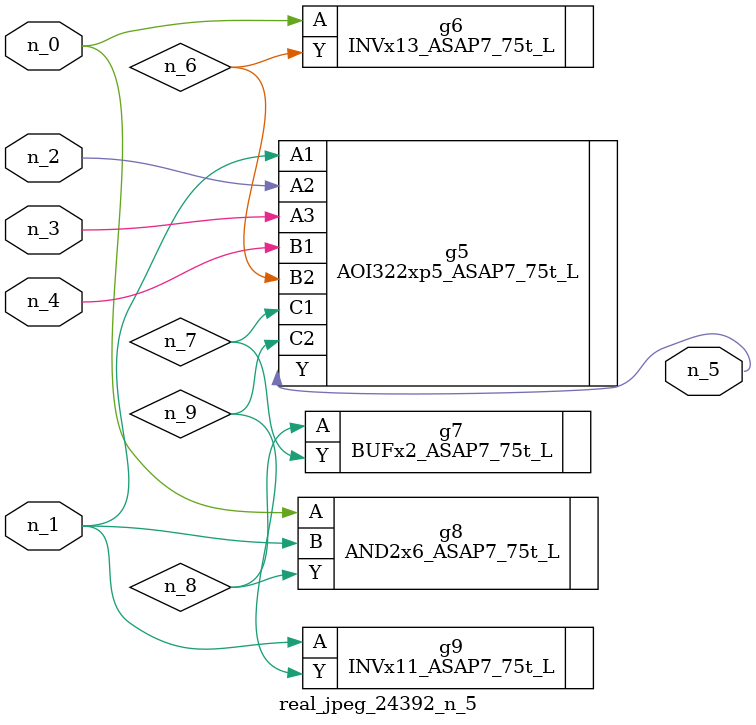
<source format=v>
module real_jpeg_24392_n_5 (n_4, n_0, n_1, n_2, n_3, n_5);

input n_4;
input n_0;
input n_1;
input n_2;
input n_3;

output n_5;

wire n_8;
wire n_6;
wire n_7;
wire n_9;

INVx13_ASAP7_75t_L g6 ( 
.A(n_0),
.Y(n_6)
);

AND2x6_ASAP7_75t_L g8 ( 
.A(n_0),
.B(n_1),
.Y(n_8)
);

AOI322xp5_ASAP7_75t_L g5 ( 
.A1(n_1),
.A2(n_2),
.A3(n_3),
.B1(n_4),
.B2(n_6),
.C1(n_7),
.C2(n_9),
.Y(n_5)
);

INVx11_ASAP7_75t_L g9 ( 
.A(n_1),
.Y(n_9)
);

BUFx2_ASAP7_75t_L g7 ( 
.A(n_8),
.Y(n_7)
);


endmodule
</source>
